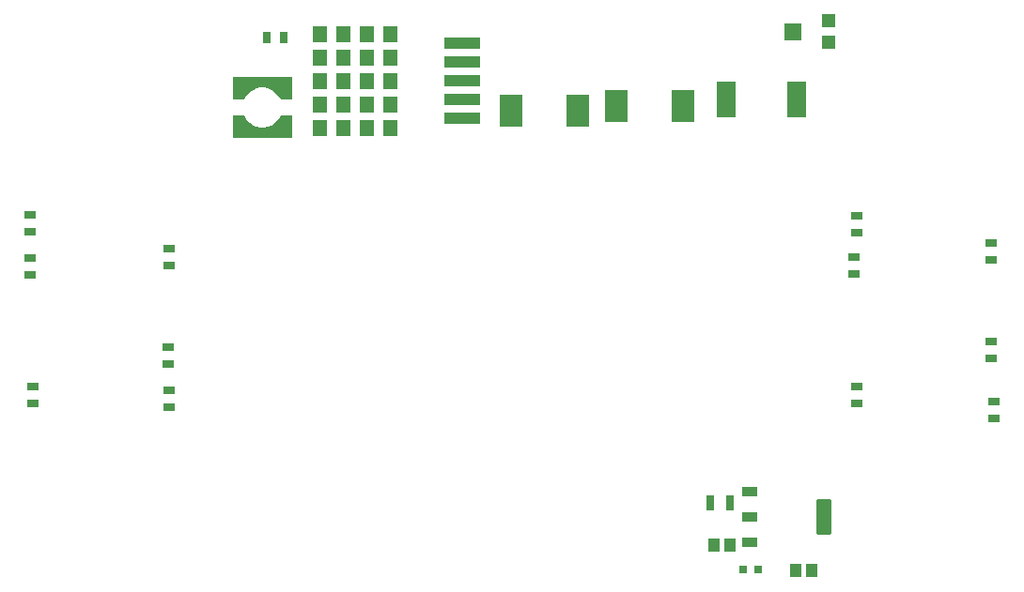
<source format=gtp>
G04*
G04 #@! TF.GenerationSoftware,Altium Limited,Altium Designer,23.9.2 (47)*
G04*
G04 Layer_Color=8421504*
%FSLAX44Y44*%
%MOMM*%
G71*
G04*
G04 #@! TF.SameCoordinates,B2DA11A5-FBF5-4D8A-B6B0-860E356D3A20*
G04*
G04*
G04 #@! TF.FilePolarity,Positive*
G04*
G01*
G75*
%ADD16R,2.0000X3.0000*%
%ADD17R,1.7200X3.2000*%
%ADD18R,1.2000X1.2000*%
%ADD19R,1.5000X1.6000*%
%ADD20R,0.8000X1.0000*%
G04:AMPARAMS|DCode=21|XSize=1.31mm|YSize=0.93mm|CornerRadius=0.0698mm|HoleSize=0mm|Usage=FLASHONLY|Rotation=0.000|XOffset=0mm|YOffset=0mm|HoleType=Round|Shape=RoundedRectangle|*
%AMROUNDEDRECTD21*
21,1,1.3100,0.7905,0,0,0.0*
21,1,1.1705,0.9300,0,0,0.0*
1,1,0.1395,0.5853,-0.3953*
1,1,0.1395,-0.5853,-0.3953*
1,1,0.1395,-0.5853,0.3953*
1,1,0.1395,0.5853,0.3953*
%
%ADD21ROUNDEDRECTD21*%
G04:AMPARAMS|DCode=22|XSize=1.31mm|YSize=3.24mm|CornerRadius=0.0983mm|HoleSize=0mm|Usage=FLASHONLY|Rotation=0.000|XOffset=0mm|YOffset=0mm|HoleType=Round|Shape=RoundedRectangle|*
%AMROUNDEDRECTD22*
21,1,1.3100,3.0435,0,0,0.0*
21,1,1.1135,3.2400,0,0,0.0*
1,1,0.1965,0.5568,-1.5218*
1,1,0.1965,-0.5568,-1.5218*
1,1,0.1965,-0.5568,1.5218*
1,1,0.1965,0.5568,1.5218*
%
%ADD22ROUNDEDRECTD22*%
G04:AMPARAMS|DCode=23|XSize=1.3mm|YSize=0.76mm|CornerRadius=0.095mm|HoleSize=0mm|Usage=FLASHONLY|Rotation=90.000|XOffset=0mm|YOffset=0mm|HoleType=Round|Shape=RoundedRectangle|*
%AMROUNDEDRECTD23*
21,1,1.3000,0.5700,0,0,90.0*
21,1,1.1100,0.7600,0,0,90.0*
1,1,0.1900,0.2850,0.5550*
1,1,0.1900,0.2850,-0.5550*
1,1,0.1900,-0.2850,-0.5550*
1,1,0.1900,-0.2850,0.5550*
%
%ADD23ROUNDEDRECTD23*%
%ADD24R,1.0500X1.3000*%
%ADD25R,3.2100X1.0500*%
%ADD26R,1.0000X0.8000*%
G04:AMPARAMS|DCode=27|XSize=0.76mm|YSize=0.6604mm|CornerRadius=0.0825mm|HoleSize=0mm|Usage=FLASHONLY|Rotation=90.000|XOffset=0mm|YOffset=0mm|HoleType=Round|Shape=RoundedRectangle|*
%AMROUNDEDRECTD27*
21,1,0.7600,0.4953,0,0,90.0*
21,1,0.5949,0.6604,0,0,90.0*
1,1,0.1651,0.2477,0.2975*
1,1,0.1651,0.2477,-0.2975*
1,1,0.1651,-0.2477,-0.2975*
1,1,0.1651,-0.2477,0.2975*
%
%ADD27ROUNDEDRECTD27*%
G36*
X520700Y686610D02*
X508100D01*
Y700810D01*
X520700D01*
Y686610D01*
D02*
G37*
G36*
X499500D02*
X486900D01*
Y700810D01*
X499500D01*
Y686610D01*
D02*
G37*
G36*
X478300D02*
X465700D01*
Y700810D01*
X478300D01*
Y686610D01*
D02*
G37*
G36*
X457100D02*
X444500D01*
Y700810D01*
X457100D01*
Y686610D01*
D02*
G37*
G36*
X520700Y665510D02*
X508100D01*
Y679710D01*
X520700D01*
Y665510D01*
D02*
G37*
G36*
X499500D02*
X486900D01*
Y679710D01*
X499500D01*
Y665510D01*
D02*
G37*
G36*
X478300D02*
X465700D01*
Y679710D01*
X478300D01*
Y665510D01*
D02*
G37*
G36*
X457100D02*
X444500D01*
Y679710D01*
X457100D01*
Y665510D01*
D02*
G37*
G36*
X520700Y644410D02*
X508100D01*
Y658610D01*
X520700D01*
Y644410D01*
D02*
G37*
G36*
X499500D02*
X486900D01*
Y658610D01*
X499500D01*
Y644410D01*
D02*
G37*
G36*
X478300D02*
X465700D01*
Y658610D01*
X478300D01*
Y644410D01*
D02*
G37*
G36*
X457100D02*
X444500D01*
Y658610D01*
X457100D01*
Y644410D01*
D02*
G37*
G36*
X425280Y635020D02*
X425277Y635017D01*
X415144D01*
X414358Y636537D01*
X412373Y639320D01*
X409897Y641677D01*
X407020Y643523D01*
X403847Y644792D01*
X400490Y645439D01*
X397072Y645439D01*
X393715Y644793D01*
X390541Y643524D01*
X387664Y641678D01*
X385188Y639321D01*
X383203Y636539D01*
X382417Y635019D01*
X382416Y635020D01*
X372280D01*
Y655020D01*
X425280D01*
Y635020D01*
D02*
G37*
G36*
X520700Y623310D02*
X508100D01*
Y637510D01*
X520700D01*
Y623310D01*
D02*
G37*
G36*
X499500D02*
X486900D01*
Y637510D01*
X499500D01*
Y623310D01*
D02*
G37*
G36*
X478300D02*
X465700D01*
Y637510D01*
X478300D01*
Y623310D01*
D02*
G37*
G36*
X457100D02*
X444500D01*
Y637510D01*
X457100D01*
Y623310D01*
D02*
G37*
G36*
X520700Y602210D02*
X508100D01*
Y616410D01*
X520700D01*
Y602210D01*
D02*
G37*
G36*
X499500D02*
X486900D01*
Y616410D01*
X499500D01*
Y602210D01*
D02*
G37*
G36*
X478300D02*
X465700D01*
Y616410D01*
X478300D01*
Y602210D01*
D02*
G37*
G36*
X457100D02*
X444500D01*
Y616410D01*
X457100D01*
Y602210D01*
D02*
G37*
G36*
X382416Y620023D02*
X383201Y618503D01*
X385187Y615720D01*
X387663Y613363D01*
X390540Y611517D01*
X393713Y610248D01*
X397070Y609601D01*
X400488Y609601D01*
X403845Y610247D01*
X407019Y611516D01*
X409896Y613362D01*
X412372Y615719D01*
X414357Y618501D01*
X415143Y620021D01*
X415144Y620020D01*
X425280D01*
Y600020D01*
X372280D01*
Y620020D01*
X372283Y620023D01*
X382416D01*
X382416Y620023D01*
D02*
G37*
D16*
X777550Y628650D02*
D03*
X717550D02*
D03*
X682780Y624840D02*
D03*
X622780D02*
D03*
D17*
X816310Y635000D02*
D03*
X880410D02*
D03*
D18*
X909320Y706120D02*
D03*
Y686120D02*
D03*
D19*
X876820Y696120D02*
D03*
D20*
X402590Y690880D02*
D03*
X417590D02*
D03*
D21*
X838200Y280750D02*
D03*
Y257850D02*
D03*
Y234950D02*
D03*
D22*
X905100Y257850D02*
D03*
D23*
X802520Y270510D02*
D03*
X820420D02*
D03*
D24*
X820050Y232410D02*
D03*
X805550D02*
D03*
X893710Y209550D02*
D03*
X879210D02*
D03*
D25*
X578900Y668510D02*
D03*
Y617510D02*
D03*
Y685510D02*
D03*
Y634510D02*
D03*
Y651510D02*
D03*
D26*
X932180Y492760D02*
D03*
Y477760D02*
D03*
X934720Y529470D02*
D03*
Y514470D02*
D03*
X1057910Y361830D02*
D03*
Y346830D02*
D03*
X1055370Y505340D02*
D03*
Y490340D02*
D03*
Y416560D02*
D03*
Y401560D02*
D03*
X314960Y371990D02*
D03*
Y356990D02*
D03*
Y500260D02*
D03*
Y485260D02*
D03*
X189230Y530740D02*
D03*
Y515740D02*
D03*
Y491490D02*
D03*
Y476490D02*
D03*
X191770Y375680D02*
D03*
Y360680D02*
D03*
X313690Y396480D02*
D03*
Y411480D02*
D03*
X934720Y375920D02*
D03*
Y360920D02*
D03*
D27*
X845820Y210820D02*
D03*
X831820D02*
D03*
M02*

</source>
